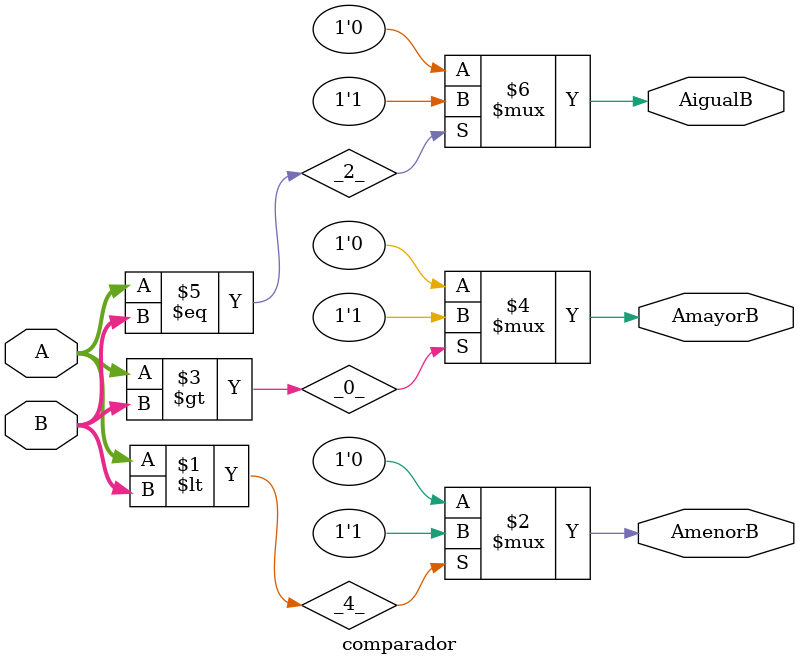
<source format=v>
/* Generated by Yosys 0.51+101 (git sha1 314842d2a, g++ 14.2.1 -fPIC -O3) */

module comparador(A, B, AmayorB, AigualB, AmenorB);
  wire _0_;
  wire _1_;
  wire _2_;
  wire _3_;
  wire _4_;
  wire _5_;
  input [1:0] A;
  wire [1:0] A;
  output AigualB;
  wire AigualB;
  output AmayorB;
  wire AmayorB;
  output AmenorB;
  wire AmenorB;
  input [1:0] B;
  wire [1:0] B;
  assign _4_ = A < B;
  assign _5_ = _4_ ? 1'h1 : 1'h0;
  assign _0_ = A > B;
  assign _1_ = _0_ ? 1'h1 : 1'h0;
  assign _2_ = A == B;
  assign _3_ = _2_ ? 1'h1 : 1'h0;
  assign AmayorB = _1_;
  assign AigualB = _3_;
  assign AmenorB = _5_;
endmodule

</source>
